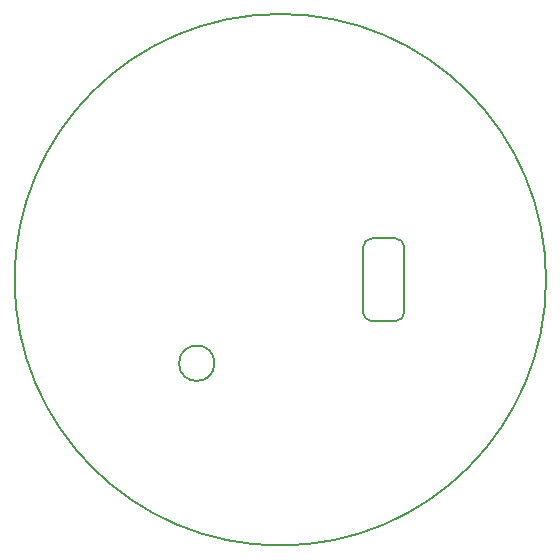
<source format=gm1>
%TF.GenerationSoftware,KiCad,Pcbnew,(6.0.8)*%
%TF.CreationDate,2022-10-29T05:30:10+02:00*%
%TF.ProjectId,view_base,76696577-5f62-4617-9365-2e6b69636164,rev?*%
%TF.SameCoordinates,Original*%
%TF.FileFunction,Profile,NP*%
%FSLAX46Y46*%
G04 Gerber Fmt 4.6, Leading zero omitted, Abs format (unit mm)*
G04 Created by KiCad (PCBNEW (6.0.8)) date 2022-10-29 05:30:10*
%MOMM*%
%LPD*%
G01*
G04 APERTURE LIST*
%TA.AperFunction,Profile*%
%ADD10C,0.200000*%
%TD*%
G04 APERTURE END LIST*
D10*
X109749999Y-103499999D02*
G75*
G03*
X110499999Y-102750000I1J749999D01*
G01*
X110499999Y-102750000D02*
X110499999Y-97250001D01*
X110499999Y-97250001D02*
G75*
G03*
X109749999Y-96500001I-749999J1D01*
G01*
X109749999Y-96500001D02*
X107749999Y-96500001D01*
X107749999Y-96499999D02*
G75*
G03*
X106999999Y-97250001I1J-750001D01*
G01*
X106999999Y-97250001D02*
X106999999Y-102750000D01*
X94428933Y-107071067D02*
G75*
G03*
X94428933Y-107071067I-1500000J0D01*
G01*
X107000000Y-102750000D02*
G75*
G03*
X107749999Y-103500000I750000J0D01*
G01*
X107749999Y-103500000D02*
X109749999Y-103500000D01*
X122500000Y-100000000D02*
G75*
G03*
X122500000Y-100000000I-22500000J0D01*
G01*
M02*

</source>
